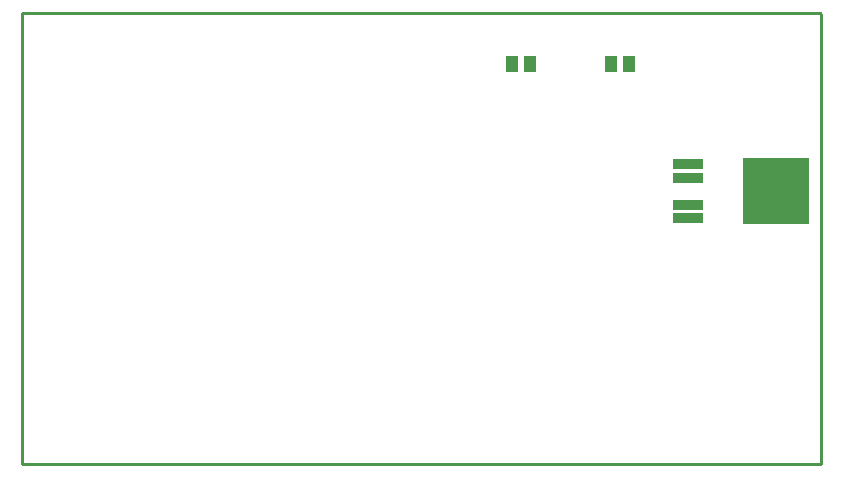
<source format=gbp>
%FSLAX25Y25*%
%MOIN*%
G70*
G01*
G75*
G04 Layer_Color=128*
%ADD10R,0.03150X0.03150*%
%ADD11R,0.03543X0.02756*%
%ADD12R,0.04724X0.13780*%
%ADD13R,0.04331X0.05512*%
%ADD14R,0.05512X0.04331*%
%ADD15R,0.02756X0.03543*%
%ADD16O,0.07087X0.01181*%
%ADD17O,0.01181X0.07087*%
%ADD18R,0.05512X0.26378*%
%ADD19R,0.03543X0.03150*%
%ADD20R,0.09055X0.09055*%
%ADD21R,0.09764X0.06102*%
%ADD22R,0.01181X0.02559*%
%ADD23R,0.05709X0.02362*%
%ADD24O,0.02165X0.00984*%
%ADD25R,0.03543X0.05906*%
%ADD26R,0.03150X0.03543*%
%ADD27C,0.01000*%
%ADD28C,0.02000*%
%ADD29C,0.03500*%
%ADD30C,0.05000*%
%ADD31C,0.04000*%
%ADD32C,0.01200*%
%ADD33C,0.01500*%
%ADD34C,0.03000*%
%ADD35C,0.05906*%
%ADD36C,0.08661*%
%ADD37R,0.05906X0.05906*%
%ADD38C,0.06299*%
%ADD39O,0.07874X0.17716*%
%ADD40O,0.07874X0.15748*%
%ADD41O,0.15748X0.07874*%
%ADD42C,0.05906*%
%ADD43R,0.05906X0.05906*%
%ADD44C,0.03000*%
%ADD45C,0.04000*%
%ADD46R,0.10039X0.03347*%
%ADD47R,0.22441X0.22244*%
%ADD48C,0.00984*%
%ADD49C,0.02362*%
%ADD50C,0.00394*%
%ADD51C,0.00787*%
%ADD52R,0.03950X0.03950*%
%ADD53R,0.04343X0.03556*%
%ADD54R,0.05524X0.14579*%
%ADD55R,0.05131X0.06312*%
%ADD56R,0.06312X0.05131*%
%ADD57R,0.03556X0.04343*%
%ADD58O,0.07887X0.01981*%
%ADD59O,0.01981X0.07887*%
%ADD60R,0.06312X0.27178*%
%ADD61R,0.04343X0.03950*%
%ADD62R,0.09855X0.09855*%
%ADD63R,0.10564X0.06902*%
%ADD64R,0.01981X0.03359*%
%ADD65R,0.06509X0.03162*%
%ADD66O,0.02965X0.01784*%
%ADD67R,0.04343X0.06706*%
%ADD68R,0.03950X0.04343*%
%ADD69C,0.06706*%
%ADD70C,0.09461*%
%ADD71R,0.06706X0.06706*%
%ADD72C,0.07099*%
%ADD73O,0.08674X0.18517*%
%ADD74O,0.08674X0.16548*%
%ADD75O,0.16548X0.08674*%
%ADD76C,0.06706*%
%ADD77R,0.06706X0.06706*%
%ADD78C,0.03800*%
%ADD79C,0.04800*%
%ADD80R,0.10839X0.04147*%
%ADD81R,0.23241X0.23044*%
D13*
X323547Y155000D02*
D03*
X329453D02*
D03*
X290547D02*
D03*
X296453D02*
D03*
D27*
X127200Y21600D02*
Y172000D01*
X127100Y21500D02*
X127200Y21600D01*
X127100Y21500D02*
X393400D01*
X393500Y21600D01*
Y171600D01*
X393100Y172000D02*
X393500Y171600D01*
X127200Y172000D02*
X393100D01*
D46*
X349284Y103524D02*
D03*
Y108012D02*
D03*
Y116988D02*
D03*
Y121476D02*
D03*
D47*
X378417Y112500D02*
D03*
M02*

</source>
